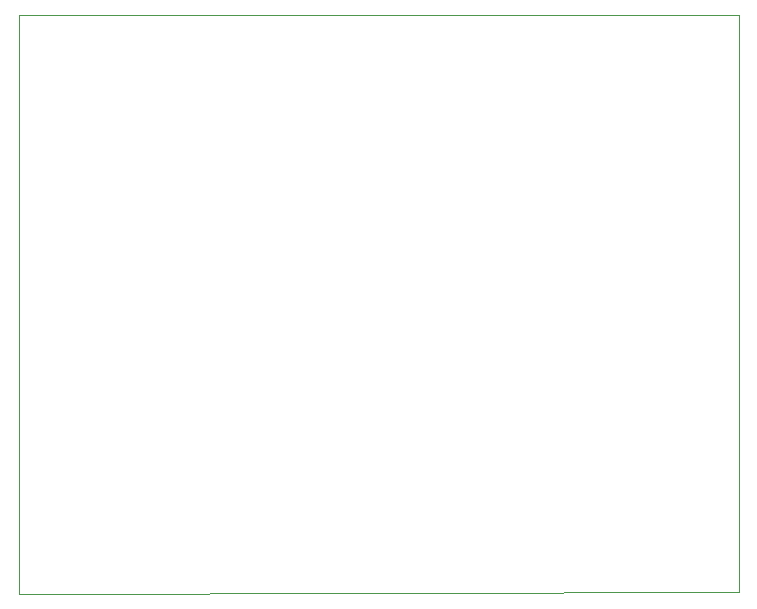
<source format=gbr>
%TF.GenerationSoftware,KiCad,Pcbnew,(6.0.6)*%
%TF.CreationDate,2022-10-01T00:42:19+08:00*%
%TF.ProjectId,Scratch_control,53637261-7463-4685-9f63-6f6e74726f6c,rev?*%
%TF.SameCoordinates,Original*%
%TF.FileFunction,Profile,NP*%
%FSLAX46Y46*%
G04 Gerber Fmt 4.6, Leading zero omitted, Abs format (unit mm)*
G04 Created by KiCad (PCBNEW (6.0.6)) date 2022-10-01 00:42:19*
%MOMM*%
%LPD*%
G01*
G04 APERTURE LIST*
%TA.AperFunction,Profile*%
%ADD10C,0.100000*%
%TD*%
G04 APERTURE END LIST*
D10*
X188976000Y-93980000D02*
X188976000Y-142875000D01*
X128016000Y-143002000D02*
X128016000Y-93980000D01*
X128016000Y-93980000D02*
X188976000Y-93980000D01*
X188976000Y-142875000D02*
X129032000Y-143002000D01*
X129032000Y-143002000D02*
X128016000Y-143002000D01*
M02*

</source>
